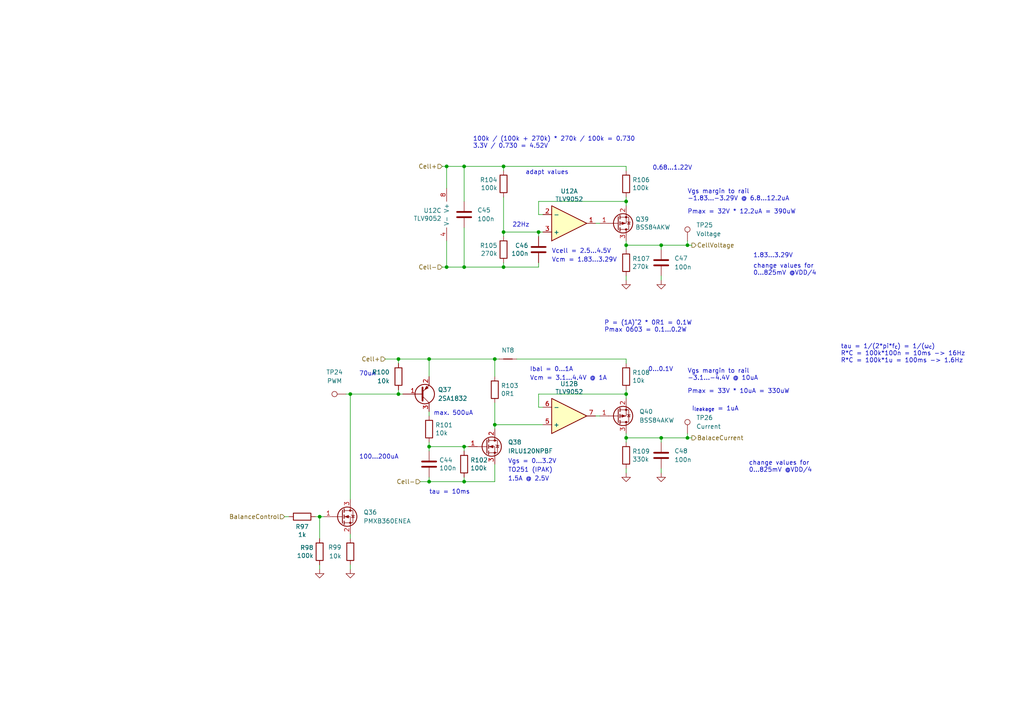
<source format=kicad_sch>
(kicad_sch (version 20211123) (generator eeschema)
  (paper "A4")
  (title_block (title "8-Cell Balancer") (date "2024-01-10") (rev "-"))
  (lib_symbols
    (symbol "Connector:TestPoint" (pin_numbers hide) (pin_names (offset 0.762) hide)
      (property "Reference" "TP" (at 0 6.858 0))
      (property "Value" "TestPoint" (at 0 5.08 0))
      (symbol "TestPoint_0_1"
        (circle (center 0 3.302) (radius 0.762))
      )
      (symbol "TestPoint_1_1"
        (pin passive line (at 0 0 90) (length 2.54) (name "1") (number "1"))
      )
    )
    (symbol "Device:C" (pin_numbers hide) (pin_names (offset 0.254))
      (property "Reference" "C" (at 0.635 2.54 0))
      (property "Value" "C" (at 0.635 -2.54 0))
      (symbol "C_0_1"
        (polyline (pts (xy -2.032 -0.762) (xy 2.032 -0.762)) (stroke (width 0.508)))
        (polyline (pts (xy -2.032 0.762) (xy 2.032 0.762)) (stroke (width 0.508)))
      )
      (symbol "C_1_1"
        (pin passive line (at 0 3.81 270) (length 2.794) (name "~") (number "1"))
        (pin passive line (at 0 -3.81 90) (length 2.794) (name "~") (number "2"))
      )
    )
    (symbol "Device:NetTie_2" (pin_numbers hide) (pin_names (offset 0) hide) (in_bom no)
      (property "Reference" "NT" (at 0 1.27 0))
      (property "Value" "NetTie_2" (at 0 -1.27 0))
      (symbol "NetTie_2_0_1"
        (polyline (pts (xy -1.27 0) (xy 1.27 0)) (stroke (width 0.254)))
      )
      (symbol "NetTie_2_1_1"
        (pin passive line (at -2.54 0 0) (length 2.54) (name "1") (number "1"))
        (pin passive line (at 2.54 0 180) (length 2.54) (name "2") (number "2"))
      )
    )
    (symbol "Device:Opamp_Dual_Generic"
      (property "Reference" "U" (at 0 5.08 0))
      (property "Value" "Device_Opamp_Dual_Generic" (at 0 -5.08 0))
      (symbol "Opamp_Dual_Generic_1_1"
        (polyline (pts (xy -5.08 5.08) (xy 5.08 0) (xy -5.08 -5.08) (xy -5.08 5.08)) (stroke (width 0.254)) (fill (type background)))
        (pin output line (at 7.62 0 180) (length 2.54) (name "~") (number "1"))
        (pin input line (at -7.62 -2.54 0) (length 2.54) (name "-") (number "2"))
        (pin input line (at -7.62 2.54 0) (length 2.54) (name "+") (number "3"))
      )
      (symbol "Opamp_Dual_Generic_2_1"
        (polyline (pts (xy -5.08 5.08) (xy 5.08 0) (xy -5.08 -5.08) (xy -5.08 5.08)) (stroke (width 0.254)) (fill (type background)))
        (pin input line (at -7.62 2.54 0) (length 2.54) (name "+") (number "5"))
        (pin input line (at -7.62 -2.54 0) (length 2.54) (name "-") (number "6"))
        (pin output line (at 7.62 0 180) (length 2.54) (name "~") (number "7"))
      )
      (symbol "Opamp_Dual_Generic_3_1"
        (pin power_in line (at -2.54 -7.62 90) (length 3.81) (name "V-") (number "4"))
        (pin power_in line (at -2.54 7.62 270) (length 3.81) (name "V+") (number "8"))
      )
    )
    (symbol "Device:Q_NMOS_GDS" (pin_names (offset 0) hide)
      (property "Reference" "Q" (at 5.08 1.27 0))
      (property "Value" "Q_NMOS_GDS" (at 5.08 -1.27 0))
      (symbol "Q_NMOS_GDS_0_1"
        (polyline (pts (xy 0.254 0) (xy -2.54 0)))
        (polyline (pts (xy 0.254 1.905) (xy 0.254 -1.905)) (stroke (width 0.254)))
        (polyline (pts (xy 0.762 -1.27) (xy 0.762 -2.286)) (stroke (width 0.254)))
        (polyline (pts (xy 0.762 0.508) (xy 0.762 -0.508)) (stroke (width 0.254)))
        (polyline (pts (xy 0.762 2.286) (xy 0.762 1.27)) (stroke (width 0.254)))
        (polyline (pts (xy 2.54 2.54) (xy 2.54 1.778)))
        (polyline (pts (xy 2.54 -2.54) (xy 2.54 0) (xy 0.762 0)))
        (polyline (pts (xy 0.762 -1.778) (xy 3.302 -1.778) (xy 3.302 1.778) (xy 0.762 1.778)))
        (polyline (pts (xy 1.016 0) (xy 2.032 0.381) (xy 2.032 -0.381) (xy 1.016 0)) (fill (type outline)))
        (polyline (pts (xy 2.794 0.508) (xy 2.921 0.381) (xy 3.683 0.381) (xy 3.81 0.254)))
        (polyline (pts (xy 3.302 0.381) (xy 2.921 -0.254) (xy 3.683 -0.254) (xy 3.302 0.381)))
        (circle (center 1.651 0) (radius 2.794) (stroke (width 0.254)))
        (circle (center 2.54 -1.778) (radius 0.254) (fill (type outline)))
        (circle (center 2.54 1.778) (radius 0.254) (fill (type outline)))
      )
      (symbol "Q_NMOS_GDS_1_1"
        (pin input line (at -5.08 0 0) (length 2.54) (name "G") (number "1"))
        (pin passive line (at 2.54 5.08 270) (length 2.54) (name "D") (number "2"))
        (pin passive line (at 2.54 -5.08 90) (length 2.54) (name "S") (number "3"))
      )
    )
    (symbol "Device:Q_NMOS_GSD" (pin_names (offset 0) hide)
      (property "Reference" "Q" (at 5.08 1.27 0))
      (property "Value" "Q_NMOS_GSD" (at 5.08 -1.27 0))
      (symbol "Q_NMOS_GSD_0_1"
        (polyline (pts (xy 0.254 0) (xy -2.54 0)))
        (polyline (pts (xy 0.254 1.905) (xy 0.254 -1.905)) (stroke (width 0.254)))
        (polyline (pts (xy 0.762 -1.27) (xy 0.762 -2.286)) (stroke (width 0.254)))
        (polyline (pts (xy 0.762 0.508) (xy 0.762 -0.508)) (stroke (width 0.254)))
        (polyline (pts (xy 0.762 2.286) (xy 0.762 1.27)) (stroke (width 0.254)))
        (polyline (pts (xy 2.54 2.54) (xy 2.54 1.778)))
        (polyline (pts (xy 2.54 -2.54) (xy 2.54 0) (xy 0.762 0)))
        (polyline (pts (xy 0.762 -1.778) (xy 3.302 -1.778) (xy 3.302 1.778) (xy 0.762 1.778)))
        (polyline (pts (xy 1.016 0) (xy 2.032 0.381) (xy 2.032 -0.381) (xy 1.016 0)) (fill (type outline)))
        (polyline (pts (xy 2.794 0.508) (xy 2.921 0.381) (xy 3.683 0.381) (xy 3.81 0.254)))
        (polyline (pts (xy 3.302 0.381) (xy 2.921 -0.254) (xy 3.683 -0.254) (xy 3.302 0.381)))
        (circle (center 1.651 0) (radius 2.794) (stroke (width 0.254)))
        (circle (center 2.54 -1.778) (radius 0.254) (fill (type outline)))
        (circle (center 2.54 1.778) (radius 0.254) (fill (type outline)))
      )
      (symbol "Q_NMOS_GSD_1_1"
        (pin input line (at -5.08 0 0) (length 2.54) (name "G") (number "1"))
        (pin passive line (at 2.54 -5.08 90) (length 2.54) (name "S") (number "2"))
        (pin passive line (at 2.54 5.08 270) (length 2.54) (name "D") (number "3"))
      )
    )
    (symbol "Device:Q_PMOS_GSD" (pin_names (offset 0) hide)
      (property "Reference" "Q" (at 5.08 1.27 0))
      (property "Value" "Q_PMOS_GSD" (at 5.08 -1.27 0))
      (symbol "Q_PMOS_GSD_0_1"
        (polyline (pts (xy 0.254 0) (xy -2.54 0)))
        (polyline (pts (xy 0.254 1.905) (xy 0.254 -1.905)) (stroke (width 0.254)))
        (polyline (pts (xy 0.762 -1.27) (xy 0.762 -2.286)) (stroke (width 0.254)))
        (polyline (pts (xy 0.762 0.508) (xy 0.762 -0.508)) (stroke (width 0.254)))
        (polyline (pts (xy 0.762 2.286) (xy 0.762 1.27)) (stroke (width 0.254)))
        (polyline (pts (xy 2.54 2.54) (xy 2.54 1.778)))
        (polyline (pts (xy 2.54 -2.54) (xy 2.54 0) (xy 0.762 0)))
        (polyline (pts (xy 0.762 1.778) (xy 3.302 1.778) (xy 3.302 -1.778) (xy 0.762 -1.778)))
        (polyline (pts (xy 2.286 0) (xy 1.27 0.381) (xy 1.27 -0.381) (xy 2.286 0)) (fill (type outline)))
        (polyline (pts (xy 2.794 -0.508) (xy 2.921 -0.381) (xy 3.683 -0.381) (xy 3.81 -0.254)))
        (polyline (pts (xy 3.302 -0.381) (xy 2.921 0.254) (xy 3.683 0.254) (xy 3.302 -0.381)))
        (circle (center 1.651 0) (radius 2.794) (stroke (width 0.254)))
        (circle (center 2.54 -1.778) (radius 0.254) (fill (type outline)))
        (circle (center 2.54 1.778) (radius 0.254) (fill (type outline)))
      )
      (symbol "Q_PMOS_GSD_1_1"
        (pin input line (at -5.08 0 0) (length 2.54) (name "G") (number "1"))
        (pin passive line (at 2.54 -5.08 90) (length 2.54) (name "S") (number "2"))
        (pin passive line (at 2.54 5.08 270) (length 2.54) (name "D") (number "3"))
      )
    )
    (symbol "Device:Q_PNP_BEC" (pin_names (offset 0) hide)
      (property "Reference" "Q" (at 5.08 1.27 0))
      (property "Value" "Q_PNP_BEC" (at 5.08 -1.27 0))
      (symbol "Q_PNP_BEC_0_1"
        (polyline (pts (xy 0.635 0.635) (xy 2.54 2.54)))
        (polyline (pts (xy 0.635 -0.635) (xy 2.54 -2.54) (xy 2.54 -2.54)))
        (polyline (pts (xy 0.635 1.905) (xy 0.635 -1.905) (xy 0.635 -1.905)) (stroke (width 0.508)))
        (polyline (pts (xy 2.286 -1.778) (xy 1.778 -2.286) (xy 1.27 -1.27) (xy 2.286 -1.778) (xy 2.286 -1.778)) (fill (type outline)))
        (circle (center 1.27 0) (radius 2.8194) (stroke (width 0.254)))
      )
      (symbol "Q_PNP_BEC_1_1"
        (pin input line (at -5.08 0 0) (length 5.715) (name "B") (number "1"))
        (pin passive line (at 2.54 -5.08 90) (length 2.54) (name "E") (number "2"))
        (pin passive line (at 2.54 5.08 270) (length 2.54) (name "C") (number "3"))
      )
    )
    (symbol "Device:R" (pin_numbers hide) (pin_names (offset 0))
      (property "Reference" "R" (at 2.032 0 90))
      (property "Value" "R" (at 0 0 90))
      (symbol "R_0_1"
        (rectangle (start -1.016 -2.54) (end 1.016 2.54) (stroke (width 0.254)))
      )
      (symbol "R_1_1"
        (pin passive line (at 0 3.81 270) (length 1.27) (name "~") (number "1"))
        (pin passive line (at 0 -3.81 90) (length 1.27) (name "~") (number "2"))
      )
    )
    (symbol "power:GND" (power) (pin_names (offset 0))
      (property "Value" "GND" (at 0 -3.81 0))
      (symbol "GND_0_1"
        (polyline (pts (xy 0 0) (xy 0 -1.27) (xy 1.27 -1.27) (xy 0 -2.54) (xy -1.27 -1.27) (xy 0 -1.27)))
      )
      (symbol "GND_1_1"
        (pin power_in line (at 0 0 270) (length 0) hide (name "GND") (number "1"))
      )
    )
  )
  (junction (at 156.21 67.31))
  (junction (at 146.05 77.47))
  (junction (at 92.71 149.86))
  (junction (at 129.54 77.47))
  (junction (at 134.62 48.26))
  (junction (at 143.51 123.19))
  (junction (at 124.46 104.14))
  (junction (at 129.54 48.26))
  (junction (at 181.61 127))
  (junction (at 191.77 71.12))
  (junction (at 191.77 127))
  (junction (at 146.05 67.31))
  (junction (at 134.62 139.7))
  (junction (at 101.6 114.3))
  (junction (at 124.46 139.7))
  (junction (at 181.61 114.3))
  (junction (at 146.05 48.26))
  (junction (at 124.46 129.54))
  (junction (at 181.61 58.42))
  (junction (at 134.62 77.47))
  (junction (at 181.61 71.12))
  (junction (at 143.51 104.14))
  (junction (at 199.39 127))
  (junction (at 115.57 114.3))
  (junction (at 115.57 104.14))
  (junction (at 134.62 129.54))
  (junction (at 199.39 71.12))
  (wire (pts (xy 181.61 49.53) (xy 181.61 48.26)))
  (wire (pts (xy 92.71 149.86) (xy 91.44 149.86)))
  (wire (pts (xy 134.62 48.26) (xy 134.62 58.42)))
  (wire (pts (xy 181.61 125.73) (xy 181.61 127)))
  (wire (pts (xy 199.39 125.73) (xy 199.39 127)))
  (wire (pts (xy 115.57 114.3) (xy 101.6 114.3)))
  (wire (pts (xy 129.54 77.47) (xy 128.27 77.47)))
  (wire (pts (xy 92.71 163.83) (xy 92.71 165.1)))
  (wire (pts (xy 146.05 77.47) (xy 156.21 77.47)))
  (wire (pts (xy 191.77 71.12) (xy 199.39 71.12)))
  (wire (pts (xy 181.61 113.03) (xy 181.61 114.3)))
  (wire (pts (xy 100.33 114.3) (xy 101.6 114.3)))
  (wire (pts (xy 199.39 69.85) (xy 199.39 71.12)))
  (wire (pts (xy 129.54 77.47) (xy 134.62 77.47)))
  (wire (pts (xy 124.46 128.27) (xy 124.46 129.54)))
  (wire (pts (xy 143.51 123.19) (xy 157.48 123.19)))
  (wire (pts (xy 156.21 68.58) (xy 156.21 67.31)))
  (wire (pts (xy 181.61 114.3) (xy 181.61 115.57)))
  (wire (pts (xy 101.6 114.3) (xy 101.6 144.78)))
  (wire (pts (xy 199.39 127) (xy 200.66 127)))
  (wire (pts (xy 191.77 127) (xy 199.39 127)))
  (wire (pts (xy 129.54 48.26) (xy 134.62 48.26)))
  (wire (pts (xy 181.61 57.15) (xy 181.61 58.42)))
  (wire (pts (xy 134.62 77.47) (xy 146.05 77.47)))
  (wire (pts (xy 121.92 139.7) (xy 124.46 139.7)))
  (wire (pts (xy 146.05 67.31) (xy 156.21 67.31)))
  (wire (pts (xy 181.61 127) (xy 191.77 127)))
  (wire (pts (xy 134.62 129.54) (xy 135.89 129.54)))
  (wire (pts (xy 191.77 135.89) (xy 191.77 137.16)))
  (wire (pts (xy 156.21 118.11) (xy 156.21 114.3)))
  (wire (pts (xy 191.77 71.12) (xy 191.77 72.39)))
  (wire (pts (xy 191.77 127) (xy 191.77 128.27)))
  (wire (pts (xy 156.21 114.3) (xy 181.61 114.3)))
  (wire (pts (xy 157.48 118.11) (xy 156.21 118.11)))
  (wire (pts (xy 134.62 66.04) (xy 134.62 77.47)))
  (wire (pts (xy 181.61 58.42) (xy 181.61 59.69)))
  (wire (pts (xy 143.51 104.14) (xy 144.78 104.14)))
  (wire (pts (xy 111.76 104.14) (xy 115.57 104.14)))
  (wire (pts (xy 134.62 138.43) (xy 134.62 139.7)))
  (wire (pts (xy 124.46 119.38) (xy 124.46 120.65)))
  (wire (pts (xy 143.51 116.84) (xy 143.51 123.19)))
  (wire (pts (xy 143.51 109.22) (xy 143.51 104.14)))
  (wire (pts (xy 172.72 64.77) (xy 173.99 64.77)))
  (wire (pts (xy 115.57 113.03) (xy 115.57 114.3)))
  (wire (pts (xy 156.21 67.31) (xy 157.48 67.31)))
  (wire (pts (xy 149.86 104.14) (xy 181.61 104.14)))
  (wire (pts (xy 134.62 48.26) (xy 146.05 48.26)))
  (wire (pts (xy 146.05 49.53) (xy 146.05 48.26)))
  (wire (pts (xy 181.61 71.12) (xy 191.77 71.12)))
  (wire (pts (xy 124.46 129.54) (xy 134.62 129.54)))
  (wire (pts (xy 83.82 149.86) (xy 82.55 149.86)))
  (wire (pts (xy 101.6 154.94) (xy 101.6 156.21)))
  (wire (pts (xy 143.51 123.19) (xy 143.51 124.46)))
  (wire (pts (xy 181.61 135.89) (xy 181.61 137.16)))
  (wire (pts (xy 157.48 62.23) (xy 156.21 62.23)))
  (wire (pts (xy 124.46 130.81) (xy 124.46 129.54)))
  (wire (pts (xy 124.46 104.14) (xy 124.46 109.22)))
  (wire (pts (xy 199.39 71.12) (xy 200.66 71.12)))
  (wire (pts (xy 115.57 114.3) (xy 116.84 114.3)))
  (wire (pts (xy 143.51 134.62) (xy 143.51 139.7)))
  (wire (pts (xy 143.51 139.7) (xy 134.62 139.7)))
  (wire (pts (xy 146.05 57.15) (xy 146.05 67.31)))
  (wire (pts (xy 181.61 80.01) (xy 181.61 81.28)))
  (wire (pts (xy 146.05 48.26) (xy 181.61 48.26)))
  (wire (pts (xy 156.21 62.23) (xy 156.21 58.42)))
  (wire (pts (xy 181.61 69.85) (xy 181.61 71.12)))
  (wire (pts (xy 101.6 163.83) (xy 101.6 165.1)))
  (wire (pts (xy 93.98 149.86) (xy 92.71 149.86)))
  (wire (pts (xy 156.21 76.2) (xy 156.21 77.47)))
  (wire (pts (xy 146.05 67.31) (xy 146.05 68.58)))
  (wire (pts (xy 181.61 71.12) (xy 181.61 72.39)))
  (wire (pts (xy 124.46 138.43) (xy 124.46 139.7)))
  (wire (pts (xy 134.62 130.81) (xy 134.62 129.54)))
  (wire (pts (xy 181.61 127) (xy 181.61 128.27)))
  (wire (pts (xy 156.21 58.42) (xy 181.61 58.42)))
  (wire (pts (xy 115.57 104.14) (xy 124.46 104.14)))
  (wire (pts (xy 92.71 156.21) (xy 92.71 149.86)))
  (wire (pts (xy 124.46 104.14) (xy 143.51 104.14)))
  (wire (pts (xy 129.54 54.61) (xy 129.54 48.26)))
  (wire (pts (xy 191.77 80.01) (xy 191.77 81.28)))
  (wire (pts (xy 172.72 120.65) (xy 173.99 120.65)))
  (wire (pts (xy 124.46 139.7) (xy 134.62 139.7)))
  (wire (pts (xy 129.54 69.85) (xy 129.54 77.47)))
  (wire (pts (xy 128.27 48.26) (xy 129.54 48.26)))
  (wire (pts (xy 115.57 104.14) (xy 115.57 105.41)))
  (wire (pts (xy 146.05 76.2) (xy 146.05 77.47)))
  (wire (pts (xy 181.61 105.41) (xy 181.61 104.14)))
  (text "Pmax = 33V * 10uA = 330uW" (at 199.39 114.3 0) (effects (font (size 1.27 1.27)) (justify left bottom)))
  (text "22Hz" (at 148.59 66.04 0) (effects (font (size 1.27 1.27)) (justify left bottom)))
  (text "Vcm = 1.83...3.29V" (at 160.02 76.2 0) (effects (font (size 1.27 1.27)) (justify left bottom)))
  (text "Vcm = 3.1...4.4V @ 1A" (at 153.67 110.49 0) (effects (font (size 1.27 1.27)) (justify left bottom)))
  (text "tau = 10ms" (at 124.46 143.51 0) (effects (font (size 1.27 1.27)) (justify left bottom)))
  (text "Vgs margin to rail\n-3.1...-4.4V @ 10uA" (at 199.39 110.49 0) (effects (font (size 1.27 1.27)) (justify left bottom)))
  (text "I_{leakage} = 1uA" (at 200.66 119.38 0) (effects (font (size 1.27 1.27)) (justify left bottom)))
  (text "P = (1A)^2 * 0R1 = 0.1W\nPmax 0603 = 0.1...0.2W" (at 175.26 96.52 0) (effects (font (size 1.27 1.27)) (justify left bottom)))
  (text "Vgs = 0...3.2V" (at 147.32 134.62 0) (effects (font (size 1.27 1.27)) (justify left bottom)))
  (text "change values for\n0...825mV @VDD/4" (at 218.44 80.01 0) (effects (font (size 1.27 1.27)) (justify left bottom)))
  (text "max. 500uA" (at 125.73 120.65 0) (effects (font (size 1.27 1.27)) (justify left bottom)))
  (text "100...200uA" (at 104.14 133.35 0) (effects (font (size 1.27 1.27)) (justify left bottom)))
  (text "adapt values" (at 152.4 50.8 0) (effects (font (size 1.27 1.27)) (justify left bottom)))
  (text "tau = 1/(2*pi*f_{c}) = 1/(ω_{c})\nR*C = 100k*100n = 10ms -> 16Hz\nR*C = 100k*1u = 100ms -> 1.6Hz" (at 243.84 105.41 0) (effects (font (size 1.27 1.27)) (justify left bottom)))
  (text "Vgs margin to rail\n-1.83...-3.29V @ 6.8...12.2uA" (at 199.39 58.42 0) (effects (font (size 1.27 1.27)) (justify left bottom)))
  (text "1.5A @ 2.5V" (at 147.32 139.7 0) (effects (font (size 1.27 1.27)) (justify left bottom)))
  (text "Ibal = 0...1A" (at 153.67 107.95 0) (effects (font (size 1.27 1.27)) (justify left bottom)))
  (text "TO251 (IPAK)" (at 147.32 137.16 0) (effects (font (size 1.27 1.27)) (justify left bottom)))
  (text "100k / (100k + 270k) * 270k / 100k = 0.730\n3.3V / 0.730 = 4.52V" (at 137.16 43.18 0) (effects (font (size 1.27 1.27)) (justify left bottom)))
  (text "Pmax = 32V * 12.2uA = 390uW" (at 199.39 62.23 0) (effects (font (size 1.27 1.27)) (justify left bottom)))
  (text "0.68...1.22V" (at 189.23 49.53 0) (effects (font (size 1.27 1.27)) (justify left bottom)))
  (text "1.83...3.29V" (at 218.44 74.93 0) (effects (font (size 1.27 1.27)) (justify left bottom)))
  (text "70uA" (at 104.14 109.22 0) (effects (font (size 1.27 1.27)) (justify left bottom)))
  (text "0...0.1V" (at 187.96 107.95 0) (effects (font (size 1.27 1.27)) (justify left bottom)))
  (text "change values for\n0...825mV @VDD/4" (at 217.17 137.16 0) (effects (font (size 1.27 1.27)) (justify left bottom)))
  (text "Vcell = 2.5...4.5V" (at 160.02 73.66 0) (effects (font (size 1.27 1.27)) (justify left bottom)))
  (hierarchical_label "BalanceControl" (shape input) (at 82.55 149.86 180))
  (hierarchical_label "Cell+" (shape input) (at 128.27 48.26 180))
  (hierarchical_label "Cell+" (shape input) (at 111.76 104.14 180))
  (hierarchical_label "Cell-" (shape input) (at 128.27 77.47 180))
  (hierarchical_label "BalaceCurrent" (shape output) (at 200.66 127 0))
  (hierarchical_label "CellVoltage" (shape output) (at 200.66 71.12 0))
  (hierarchical_label "Cell-" (shape input) (at 121.92 139.7 180))
  (symbol (lib_id "Device:NetTie_2") (at 147.32 104.14 0) (unit 1) (in_bom no)
    (property "Reference" "NT8" (at 147.32 101.6 0))
    (property "Value" "NetTie_2" (effects hide))
    (property "Footprint" "0_ProjectLibrary:NetTie-2_SMD_Pad0.127mm" (effects hide))
  )
  (symbol (lib_id "Device:C") (at 124.46 134.62 0) (unit 1)
    (property "Reference" "C44" (at 127.381 133.4516 0) (effects (justify left)))
    (property "Value" "100n" (at 127.381 135.763 0) (effects (justify left)))
    (property "Footprint" "Capacitor_SMD:C_0402_1005Metric" (effects hide))
  )
  (symbol (lib_id "Device:Q_PMOS_GSD") (at 179.07 120.65 0) (mirror x) (unit 1)
    (property "Reference" "Q40" (at 185.42 119.3799 0) (effects (justify left)))
    (property "Value" "BSS84AKW" (at 185.42 121.9199 0) (effects (justify left)))
    (property "Footprint" "Package_TO_SOT_SMD:SOT-323_SC-70" (effects hide))
  )
  (symbol (lib_id "Device:C") (at 191.77 132.08 0) (unit 1)
    (property "Reference" "C48" (at 195.58 130.8099 0) (effects (justify left)))
    (property "Value" "100n" (at 195.58 133.3499 0) (effects (justify left)))
    (property "Footprint" "Capacitor_SMD:C_0402_1005Metric" (effects hide))
  )
  (symbol (lib_id "power:GND") (at 101.6 165.1 0) (unit 1)
    (property "Reference" "#PWR070" (effects hide))
    (property "Value" "GND" (effects hide))
  )
  (symbol (lib_id "Connector:TestPoint") (at 199.39 125.73 0) (unit 1)
    (property "Reference" "TP26" (at 201.93 121.1579 0) (effects (justify left)))
    (property "Value" "Current" (at 201.93 123.6979 0) (effects (justify left)))
    (property "Footprint" "0_ProjectLibrary:TestPoint_Pad_D1.0mm" (effects hide))
  )
  (symbol (lib_id "Device:R") (at 124.46 124.46 0) (unit 1)
    (property "Reference" "R101" (at 126.238 123.2916 0) (effects (justify left)))
    (property "Value" "10k" (at 126.238 125.603 0) (effects (justify left)))
    (property "Footprint" "Resistor_SMD:R_0402_1005Metric" (effects hide))
  )
  (symbol (lib_id "Device:Opamp_Dual_Generic") (at 165.1 120.65 0) (mirror x) (unit 2)
    (property "Reference" "U12" (at 165.1 111.3282 0))
    (property "Value" "TLV9052" (at 165.1 113.6396 0))
    (property "Footprint" "Package_TO_SOT_SMD:SOT-23-8" (effects hide))
  )
  (symbol (lib_id "Device:Q_NMOS_GSD") (at 99.06 149.86 0) (unit 1)
    (property "Reference" "Q36" (at 105.41 148.5899 0) (effects (justify left)))
    (property "Value" "PMXB360ENEA" (at 105.41 151.1299 0) (effects (justify left)))
    (property "Footprint" "0_ProjectLibrary:DFN1010-3" (effects hide))
  )
  (symbol (lib_id "Device:C") (at 191.77 76.2 0) (unit 1)
    (property "Reference" "C47" (at 195.58 74.9299 0) (effects (justify left)))
    (property "Value" "100n" (at 195.58 77.4699 0) (effects (justify left)))
    (property "Footprint" "Capacitor_SMD:C_0402_1005Metric" (effects hide))
  )
  (symbol (lib_id "Device:R") (at 101.6 160.02 0) (unit 1)
    (property "Reference" "R99" (at 99.06 158.7499 0) (effects (justify right)))
    (property "Value" "10k" (at 99.06 161.2899 0) (effects (justify right)))
    (property "Footprint" "Resistor_SMD:R_0402_1005Metric" (effects hide))
  )
  (symbol (lib_id "Device:R") (at 92.71 160.02 0) (unit 1)
    (property "Reference" "R98" (at 90.9574 158.8516 0) (effects (justify right)))
    (property "Value" "100k" (at 90.9574 161.163 0) (effects (justify right)))
    (property "Footprint" "Resistor_SMD:R_0402_1005Metric" (effects hide))
  )
  (symbol (lib_id "power:GND") (at 191.77 137.16 0) (unit 1)
    (property "Reference" "#PWR074" (effects hide))
    (property "Value" "GND" (effects hide))
  )
  (symbol (lib_id "Connector:TestPoint") (at 100.33 114.3 90) (unit 1)
    (property "Reference" "TP24" (at 97.028 107.95 90))
    (property "Value" "PWM" (at 97.028 110.49 90))
    (property "Footprint" "0_ProjectLibrary:TestPoint_Pad_D1.0mm" (effects hide))
  )
  (symbol (lib_id "Device:C") (at 134.62 62.23 0) (unit 1)
    (property "Reference" "C45" (at 138.43 60.9599 0) (effects (justify left)))
    (property "Value" "100n" (at 138.43 63.4999 0) (effects (justify left)))
    (property "Footprint" "Capacitor_SMD:C_0402_1005Metric" (effects hide))
  )
  (symbol (lib_id "power:GND") (at 92.71 165.1 0) (unit 1)
    (property "Reference" "#PWR069" (effects hide))
    (property "Value" "GND" (effects hide))
  )
  (symbol (lib_id "Device:R") (at 181.61 109.22 0) (unit 1)
    (property "Reference" "R108" (at 183.388 108.0516 0) (effects (justify left)))
    (property "Value" "10k" (at 183.388 110.363 0) (effects (justify left)))
    (property "Footprint" "Resistor_SMD:R_0402_1005Metric" (effects hide))
  )
  (symbol (lib_id "Device:R") (at 181.61 132.08 0) (unit 1)
    (property "Reference" "R109" (at 183.388 130.9116 0) (effects (justify left)))
    (property "Value" "330k" (at 183.388 133.223 0) (effects (justify left)))
    (property "Footprint" "Resistor_SMD:R_0402_1005Metric" (effects hide))
  )
  (symbol (lib_id "Device:R") (at 146.05 72.39 0) (unit 1)
    (property "Reference" "R105" (at 144.2974 71.2216 0) (effects (justify right)))
    (property "Value" "270k" (at 144.2974 73.533 0) (effects (justify right)))
    (property "Footprint" "Resistor_SMD:R_0402_1005Metric" (effects hide))
  )
  (symbol (lib_id "Device:Opamp_Dual_Generic") (at 165.1 64.77 0) (mirror x) (unit 1)
    (property "Reference" "U12" (at 165.1 55.4482 0))
    (property "Value" "TLV9052" (at 165.1 57.7596 0))
    (property "Footprint" "Package_TO_SOT_SMD:SOT-23-8" (effects hide))
  )
  (symbol (lib_id "Device:Q_PNP_BEC") (at 121.92 114.3 0) (mirror x) (unit 1)
    (property "Reference" "Q37" (at 127 113.0299 0) (effects (justify left)))
    (property "Value" "2SA1832" (at 127 115.5699 0) (effects (justify left)))
    (property "Footprint" "Package_TO_SOT_SMD:SOT-416" (effects hide))
  )
  (symbol (lib_id "Device:C") (at 156.21 72.39 0) (unit 1)
    (property "Reference" "C46" (at 153.289 71.2216 0) (effects (justify right)))
    (property "Value" "100n" (at 153.289 73.533 0) (effects (justify right)))
    (property "Footprint" "Capacitor_SMD:C_0402_1005Metric" (effects hide))
  )
  (symbol (lib_id "Device:Q_PMOS_GSD") (at 179.07 64.77 0) (mirror x) (unit 1)
    (property "Reference" "Q39" (at 184.277 63.6016 0) (effects (justify left)))
    (property "Value" "BSS84AKW" (at 184.277 65.913 0) (effects (justify left)))
    (property "Footprint" "Package_TO_SOT_SMD:SOT-323_SC-70" (effects hide))
  )
  (symbol (lib_id "Device:Q_NMOS_GDS") (at 140.97 129.54 0) (unit 1)
    (property "Reference" "Q38" (at 147.32 128.2699 0) (effects (justify left)))
    (property "Value" "IRLU120NPBF" (at 147.32 130.8099 0) (effects (justify left)))
    (property "Footprint" "0_ProjectLibrary:TO-251-3_Flipped" (effects hide))
  )
  (symbol (lib_id "Device:Opamp_Dual_Generic") (at 127 62.23 0) (mirror y) (unit 3)
    (property "Reference" "U12" (at 128.0668 61.0616 0) (effects (justify left)))
    (property "Value" "TLV9052" (at 128.0668 63.373 0) (effects (justify left)))
    (property "Footprint" "Package_TO_SOT_SMD:SOT-23-8" (effects hide))
  )
  (symbol (lib_id "Device:R") (at 87.63 149.86 270) (unit 1)
    (property "Reference" "R97" (at 87.63 152.781 90))
    (property "Value" "1k" (at 87.63 155.0924 90))
    (property "Footprint" "Resistor_SMD:R_0402_1005Metric" (effects hide))
  )
  (symbol (lib_id "Device:R") (at 146.05 53.34 0) (mirror x) (unit 1)
    (property "Reference" "R104" (at 144.2974 52.1716 0) (effects (justify right)))
    (property "Value" "100k" (at 144.2974 54.483 0) (effects (justify right)))
    (property "Footprint" "Resistor_SMD:R_0402_1005Metric" (effects hide))
  )
  (symbol (lib_id "Device:R") (at 143.51 113.03 0) (unit 1)
    (property "Reference" "R103" (at 145.288 111.8616 0) (effects (justify left)))
    (property "Value" "0R1" (at 145.288 114.173 0) (effects (justify left)))
    (property "Footprint" "Resistor_SMD:R_0603_1608Metric" (effects hide))
  )
  (symbol (lib_id "power:GND") (at 191.77 81.28 0) (unit 1)
    (property "Reference" "#PWR073" (effects hide))
    (property "Value" "GND" (effects hide))
  )
  (symbol (lib_id "power:GND") (at 181.61 81.28 0) (unit 1)
    (property "Reference" "#PWR071" (effects hide))
    (property "Value" "GND" (effects hide))
  )
  (symbol (lib_id "Device:R") (at 115.57 109.22 0) (unit 1)
    (property "Reference" "R100" (at 113.03 107.9499 0) (effects (justify right)))
    (property "Value" "10k" (at 113.03 110.4899 0) (effects (justify right)))
    (property "Footprint" "Resistor_SMD:R_0402_1005Metric" (effects hide))
  )
  (symbol (lib_id "Device:R") (at 134.62 134.62 0) (unit 1)
    (property "Reference" "R102" (at 136.398 133.4516 0) (effects (justify left)))
    (property "Value" "100k" (at 136.398 135.763 0) (effects (justify left)))
    (property "Footprint" "Resistor_SMD:R_0402_1005Metric" (effects hide))
  )
  (symbol (lib_id "Device:R") (at 181.61 53.34 0) (unit 1)
    (property "Reference" "R106" (at 183.388 52.1716 0) (effects (justify left)))
    (property "Value" "100k" (at 183.388 54.483 0) (effects (justify left)))
    (property "Footprint" "Resistor_SMD:R_0402_1005Metric" (effects hide))
  )
  (symbol (lib_id "Connector:TestPoint") (at 199.39 69.85 0) (unit 1)
    (property "Reference" "TP25" (at 201.93 65.2779 0) (effects (justify left)))
    (property "Value" "Voltage" (at 201.93 67.8179 0) (effects (justify left)))
    (property "Footprint" "0_ProjectLibrary:TestPoint_Pad_D1.0mm" (effects hide))
  )
  (symbol (lib_id "Device:R") (at 181.61 76.2 0) (unit 1)
    (property "Reference" "R107" (at 183.388 75.0316 0) (effects (justify left)))
    (property "Value" "270k" (at 183.388 77.343 0) (effects (justify left)))
    (property "Footprint" "Resistor_SMD:R_0402_1005Metric" (effects hide))
  )
  (symbol (lib_id "power:GND") (at 181.61 137.16 0) (unit 1)
    (property "Reference" "#PWR072" (effects hide))
    (property "Value" "GND" (effects hide))
  )
)
</source>
